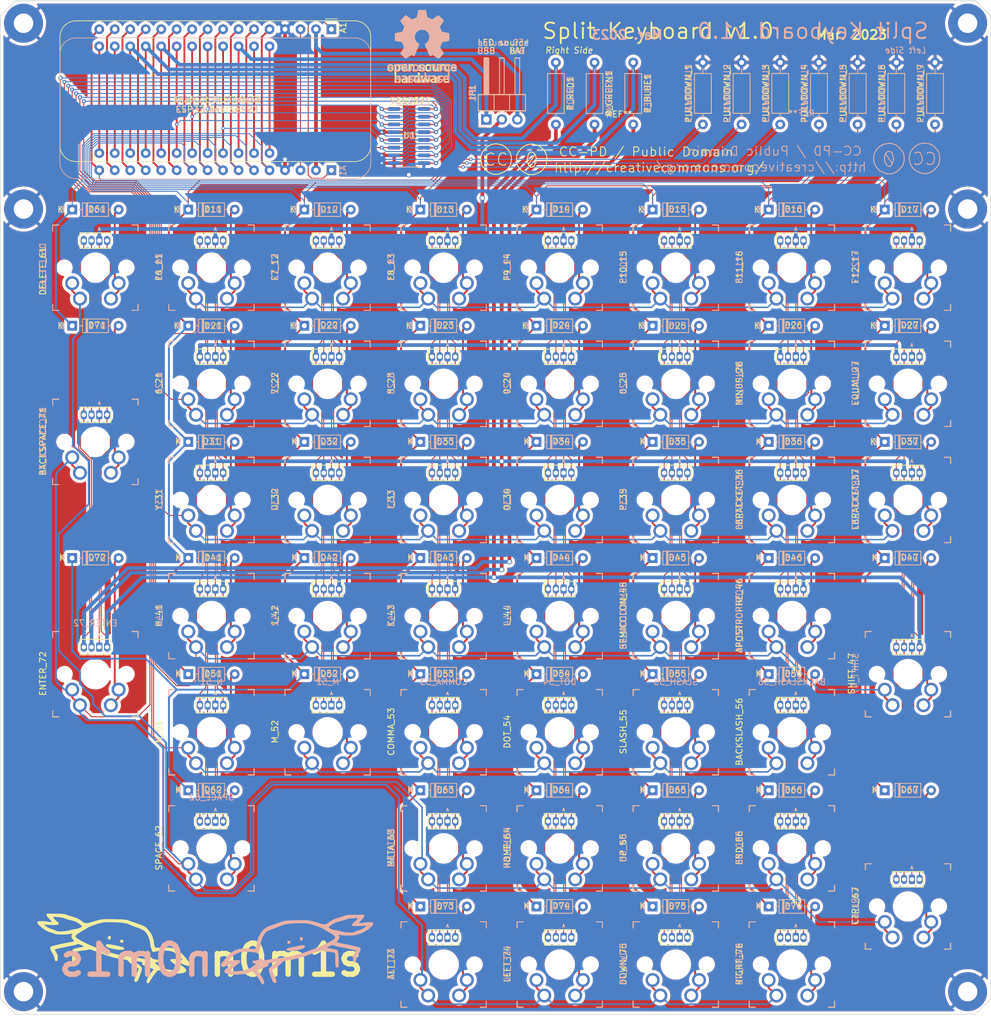
<source format=kicad_pcb>
(kicad_pcb (version 20211014) (generator pcbnew)

  (general
    (thickness 1.6)
  )

  (paper "A4")
  (layers
    (0 "F.Cu" signal)
    (31 "B.Cu" signal)
    (34 "B.Paste" user)
    (35 "F.Paste" user)
    (36 "B.SilkS" user "B.Silks")
    (37 "F.SilkS" user "F.Silks")
    (38 "B.Mask" user)
    (39 "F.Mask" user)
    (40 "Dwgs.User" user "User.Drawings")
    (41 "Cmts.User" user "User.Comments")
    (44 "Edge.Cuts" user)
    (45 "Margin" user)
    (46 "B.CrtYd" user "B.Courtyard")
    (47 "F.CrtYd" user "F.Courtyard")
  )

  (setup
    (stackup
      (layer "F.SilkS" (type "Top Silk Screen") (color "White"))
      (layer "F.Paste" (type "Top Solder Paste"))
      (layer "F.Mask" (type "Top Solder Mask") (color "Purple") (thickness 0.01))
      (layer "F.Cu" (type "copper") (thickness 0.035))
      (layer "dielectric 1" (type "core") (thickness 1.51) (material "FR4") (epsilon_r 4.5) (loss_tangent 0.02))
      (layer "B.Cu" (type "copper") (thickness 0.035))
      (layer "B.Mask" (type "Bottom Solder Mask") (thickness 0.01))
      (layer "B.Paste" (type "Bottom Solder Paste"))
      (layer "B.SilkS" (type "Bottom Silk Screen"))
      (copper_finish "None")
      (dielectric_constraints no)
    )
    (pad_to_mask_clearance 0.0508)
    (solder_mask_min_width 0.1016)
    (pcbplotparams
      (layerselection 0x00010fc_ffffffff)
      (disableapertmacros false)
      (usegerberextensions false)
      (usegerberattributes true)
      (usegerberadvancedattributes true)
      (creategerberjobfile true)
      (svguseinch false)
      (svgprecision 6)
      (excludeedgelayer true)
      (plotframeref false)
      (viasonmask false)
      (mode 1)
      (useauxorigin false)
      (hpglpennumber 1)
      (hpglpenspeed 20)
      (hpglpendiameter 15.000000)
      (dxfpolygonmode true)
      (dxfimperialunits true)
      (dxfusepcbnewfont true)
      (psnegative false)
      (psa4output false)
      (plotreference true)
      (plotvalue true)
      (plotinvisibletext false)
      (sketchpadsonfab false)
      (subtractmaskfromsilk false)
      (outputformat 1)
      (mirror false)
      (drillshape 1)
      (scaleselection 1)
      (outputdirectory "")
    )
  )

  (net 0 "")
  (net 1 "unconnected-(A1-Pad1)")
  (net 2 "Net-(0_25-Pad1)")
  (net 3 "unconnected-(A1-Pad3)")
  (net 4 "/Full Keyboard/A")
  (net 5 "/Full Keyboard/COL1")
  (net 6 "/Full Keyboard/COL2")
  (net 7 "/Full Keyboard/COL3")
  (net 8 "/Full Keyboard/COL4")
  (net 9 "/Full Keyboard/COL5")
  (net 10 "/Full Keyboard/COL6")
  (net 11 "/Full Keyboard/ROW4")
  (net 12 "/Full Keyboard/ROW5")
  (net 13 "/Full Keyboard/COL7")
  (net 14 "unconnected-(A1-Pad14)")
  (net 15 "unconnected-(A1-Pad15)")
  (net 16 "/Full Keyboard/R")
  (net 17 "/Full Keyboard/ROW6")
  (net 18 "/Full Keyboard/ROW7")
  (net 19 "/Full Keyboard/ROW1")
  (net 20 "/Full Keyboard/ROW2")
  (net 21 "/Full Keyboard/ROW3")
  (net 22 "Net-(6_21-Pad1)")
  (net 23 "Net-(7_22-Pad1)")
  (net 24 "Net-(8_23-Pad1)")
  (net 25 "Net-(9_24-Pad1)")
  (net 26 "unconnected-(A1-Pad27)")
  (net 27 "unconnected-(A1-Pad28)")
  (net 28 "/Full Keyboard/Vcc")
  (net 29 "/Full Keyboard/GND")
  (net 30 "unconnected-(A1-Pad11)")
  (net 31 "unconnected-(A1-Pad12)")
  (net 32 "unconnected-(A1-Pad13)")
  (net 33 "Net-(D16-Pad2)")
  (net 34 "Net-(D17-Pad2)")
  (net 35 "unconnected-(A1-Pad17)")
  (net 36 "unconnected-(A1-Pad18)")
  (net 37 "Net-(A1-Pad19)")
  (net 38 "Net-(A1-Pad20)")
  (net 39 "Net-(A1-Pad21)")
  (net 40 "Net-(D26-Pad2)")
  (net 41 "Net-(D27-Pad2)")
  (net 42 "Net-(A1-Pad22)")
  (net 43 "Net-(A1-Pad23)")
  (net 44 "Net-(A1-Pad24)")
  (net 45 "Net-(A1-Pad25)")
  (net 46 "/Full Keyboard/Vusb")
  (net 47 "Net-(D36-Pad2)")
  (net 48 "Net-(D37-Pad2)")
  (net 49 "Net-(ALT_73-Pad1)")
  (net 50 "Net-(APOSTROPHE_46-Pad1)")
  (net 51 "Net-(BACKSLASH_56-Pad1)")
  (net 52 "Net-(COMMA_53-Pad1)")
  (net 53 "Net-(D47-Pad2)")
  (net 54 "Net-(D11-Pad2)")
  (net 55 "Net-(D12-Pad2)")
  (net 56 "Net-(D13-Pad2)")
  (net 57 "Net-(D14-Pad2)")
  (net 58 "Net-(D15-Pad2)")
  (net 59 "Net-(D31-Pad2)")
  (net 60 "Net-(D32-Pad2)")
  (net 61 "Net-(D66-Pad2)")
  (net 62 "Net-(D33-Pad2)")
  (net 63 "Net-(D34-Pad2)")
  (net 64 "Net-(D35-Pad2)")
  (net 65 "Net-(D41-Pad2)")
  (net 66 "Net-(D42-Pad2)")
  (net 67 "Net-(D43-Pad2)")
  (net 68 "Net-(D76-Pad2)")
  (net 69 "Net-(D44-Pad2)")
  (net 70 "Net-(D45-Pad2)")
  (net 71 "Net-(D51-Pad2)")
  (net 72 "Net-(D52-Pad2)")
  (net 73 "Net-(D54-Pad2)")
  (net 74 "Net-(D55-Pad2)")
  (net 75 "Net-(D61-Pad2)")
  (net 76 "Net-(D62-Pad2)")
  (net 77 "Net-(D63-Pad2)")
  (net 78 "Net-(D64-Pad2)")
  (net 79 "Net-(D65-Pad2)")
  (net 80 "Net-(CTRL_67-Pad1)")
  (net 81 "Net-(BACKSPACE_71-Pad1)")
  (net 82 "Net-(D72-Pad2)")
  (net 83 "Net-(D74-Pad2)")
  (net 84 "Net-(D75-Pad2)")
  (net 85 "/Full Keyboard/B")
  (net 86 "/Full Keyboard/G")

  (footprint "libraries:D_DO-35_SOD27_P7.62mm_Horizontal_centered" (layer "F.Cu") (at 126.098303 88.989597))

  (footprint "libraries:D_DO-35_SOD27_P7.62mm_Horizontal_centered" (layer "F.Cu") (at 68.948303 88.989597))

  (footprint "libraries:D_DO-35_SOD27_P7.62mm_Horizontal_centered" (layer "F.Cu") (at 68.948303 69.939597))

  (footprint "libraries:SW_MX_reversible_RGB" (layer "F.Cu") (at 107.048303 98.514597))

  (footprint "libraries:D_DO-35_SOD27_P7.62mm_Horizontal_centered" (layer "F.Cu") (at 49.898303 50.889597))

  (footprint "libraries:R_Axial_DIN0207_L6.3mm_D2.5mm_P10.16mm_Horizontal_flip" (layer "F.Cu") (at 136.893303 36.919597 90))

  (footprint "libraries:SW_MX_reversible_RGB" (layer "F.Cu") (at 164.198303 79.464597))

  (footprint "libraries:SW_MX_reversible_RGB" (layer "F.Cu") (at 126.098303 155.664597))

  (footprint "libraries:SW_MX_reversible_RGB" (layer "F.Cu") (at 87.998303 155.664597))

  (footprint "libraries:D_DO-35_SOD27_P7.62mm_Horizontal_centered" (layer "F.Cu") (at 107.048303 146.139597))

  (footprint "libraries:SW_MX_reversible_RGB" (layer "F.Cu") (at 145.148303 155.664597))

  (footprint "libraries:D_DO-35_SOD27_P7.62mm_Horizontal_centered" (layer "F.Cu") (at 87.998303 108.039597))

  (footprint "libraries:D_DO-35_SOD27_P7.62mm_Horizontal_centered" (layer "F.Cu") (at 126.098303 127.089597))

  (footprint "libraries:SW_MX_reversible_RGB" (layer "F.Cu") (at 126.098303 117.564597))

  (footprint "MountingHole:MountingHole_3.2mm_M3_Pad" (layer "F.Cu") (at 19.05 20.32))

  (footprint "libraries:D_DO-35_SOD27_P7.62mm_Horizontal_centered" (layer "F.Cu") (at 107.048303 127.089597))

  (footprint "libraries:D_DO-35_SOD27_P7.62mm_Horizontal_centered" (layer "F.Cu") (at 107.048303 88.989597))

  (footprint "libraries:D_DO-35_SOD27_P7.62mm_Horizontal_centered" (layer "F.Cu") (at 145.148303 69.939597))

  (footprint "libraries:D_DO-35_SOD27_P7.62mm_Horizontal_centered" (layer "F.Cu") (at 145.148303 165.189597))

  (footprint "libraries:D_DO-35_SOD27_P7.62mm_Horizontal_centered" (layer "F.Cu") (at 87.998303 146.139597))

  (footprint "libraries:D_DO-35_SOD27_P7.62mm_Horizontal_centered" (layer "F.Cu") (at 49.898303 88.989597))

  (footprint "libraries:D_DO-35_SOD27_P7.62mm_Horizontal_centered" (layer "F.Cu") (at 68.948303 108.039597))

  (footprint "libraries:SW_MX_reversible_RGB" (layer "F.Cu") (at 68.948303 98.514597))

  (footprint "libraries:SW_MX_reversible_RGB" (layer "F.Cu") (at 87.998303 79.464597))

  (footprint "MountingHole:MountingHole_3.2mm_M3_Pad" (layer "F.Cu") (at 173.99 50.8))

  (footprint "libraries:D_DO-35_SOD27_P7.62mm_Horizontal_centered" (layer "F.Cu") (at 145.148303 146.139597))

  (footprint "libraries:D_DO-35_SOD27_P7.62mm_Horizontal_centered" (layer "F.Cu") (at 68.948303 50.889597))

  (footprint "libraries:D_DO-35_SOD27_P7.62mm_Horizontal_centered" (layer "F.Cu")
    (tedit 5AE50CD5) (tstamp 3a26f3d0-bdd5-4e71-8b06-7c6cbaa16c47)
    (at 87.998303 50.889597)
    (descr "Diode, DO-35_SOD27 series, Axial, Horizontal, pin pitch=7.62mm, , length*diameter=4*2mm^2, , http://www.diodes.com/_files/packages/DO-35.pdf")
    (tags "Diode DO-35_SOD27 series Axial Horizontal pin pitch 7.62mm  length 4mm diameter 2mm")
    (property "Sheetfile" "full_keyboard/full_keyboard.kicad_sch")
    (property "Sheetname" "Full Keyboard")
    (path "/23ca3470-a8ca-4975-a9e6-54ca1882faee/a91c3d4c-45ca-4b20-97ae-7c8bf0dd6734")
    (attr through_hole)
    (fp_text reference "D13" (at 0.266697 0) (layer "F.SilkS")
      (effects (font (size 1 1) (thickness 0.15)))
      (tstamp 97970aa8-8fa5-4467-b2e8-216e0acabcd2)
    )
    (fp_text value "D" (at 0 2.12) (layer "F.Fab")
      (effects (font (size 1 1) (thickness 0.15)))
      (tstamp 2919c9b3-d04d-44f2-b48a-a61ce369c7d9)
    )
    (fp_text user "${REFERENCE}" (at 0.254 0) (layer "B.SilkS")
      (effects (font (size 1 1) (thickness 0.15)) (justify mirror))
      (tstamp 882af14f-3b7e-4ef5-92bb-17c46070e418)
    )
    (fp_text user "K" (at -5.461 0) (layer "B.SilkS")
      (effects (font (size 1 1) (thickness 0.15)) (justify mirror))
      (tstamp ec8eb1a2-9621-4f50-a9d7-1dda3412df66)
    )
    (fp_text user "K" (at -5.715 0) (layer "F.SilkS")
      (effects (font (size 1 1) (thickness 0.15)))
      (tstamp 925c88fc-e6fa-493b-8c84-f8622984b3e3)
    )
    (fp_text user "K" (at -3.81 -1.8) (layer "F.Fab")
      (effects (font (size 1 1) (thickness 0.15)))
      (tstamp 5da38b8b-1603-4603-b155-29143a17cde1)
    )
    (fp_text user "${REFERENCE}" (at 0.3 0) (layer "F.Fab")
      (effects (font (size 0.8 0.8) (thickness 0.12)))
      (tstamp b3aaf2fc-9e5e-4b88-b010-f0fdcf1e6934)
    )
    (fp_line (start 2.77 0) (end 2.12 0) (layer "B.SilkS") (width 0.12) (tstamp 03c2e708-7889-40ea-bf2d-341919b9e508))
    (fp_line (start -2.12 -1.12) (end 2.12 -1.12) (layer "B.SilkS") (width 0.12) (tstamp 13684578-5deb-4ab6-86aa-7c5fb119a515))
    (fp_line (start -2.12 1.12) (end -2.12 -1.12) (layer "B.SilkS") (width 0.12) (tstamp 17836d33-a93e-437f-998d-8aeb42a098fe))
    (fp_line (start -1.52 1.12) (end -1.52 -1.12) (layer "B.SilkS") (width 0.12) (tstamp 2208d0a1-1fc7-4a68-8c4f-27293df9df6c))
    (fp_line (start -1.28 1.12) (end -1.28 -1.12) (layer "B.SilkS") (width 0.12) (tstamp 2229193d-3671-461d-bb3b-8e94fd20a6f4))
    (fp_line (start -2.77 0) (end -2.12 0) (layer "B.SilkS") (width 0.12) (tstamp 28ab42a1-ba4f-4eaf-b8f5-012aab3df78e))
    (fp_line (start 2.12 1.12) (end -2.12 1.12) (layer "B.SilkS") (width 0.12) (tstamp 520f4f95-31fa-4ce7-9f11-cb8506a406b9))
    (fp_line (start 2.12 -1.12) (end 2.12 1.12) (layer "B.SilkS") (width 0.12) (tstamp 6ef0bc5a-86f4-4b4f-a842-09c5b4ec9566))
    (fp_line (start -1.4 1.12) (end -1.4 -1.12) (layer "B.SilkS") (width 0.12) (tstamp fb63f40c-4501-4180-b2c5-e738e1ab0663))
    (fp_line (start -1.28 -1.12) (end -1.28 1.12) (layer "F.SilkS") (width 0.12) (tstamp 202e9d49-6b2a-4272-9b4d-8d1a13ddf4a6))
    (fp_line (start 2.77 0) (end 2.12 0) (layer "F.SilkS") (width 0.12) (tstamp 36aab841-5923-4940-8876-7eb70e63a48e))
    (fp_line (start 2.12 -1.12) (end -2.12 -1.12) (layer "F.SilkS") (width 0.12) (tstamp 46623556-af21-4bf6-86c6-5b02fb6c6d5e))
    (fp_line (start -2.12 -1.12) (end -2.12 1.12) (layer "F.SilkS") (width 0.12) (tstamp 53ac789b-2c79-4e53-a2df-d18bc4681c8e))
    (fp_line (start -2.77 0) (end -2.12 0) (layer "F.SilkS") (width 0.12) (tstamp 577f807a-8fa2-48d7-8ed2-f79a43e27e99))
    (fp_line (start 2.12 1.12) (end 2.12 -1.12) (layer "F.SilkS") (width 0.12) (tstamp 9e87dc60-152c-45aa-8d3a-6ee00d9a87a1))
    (fp_line (start -1.52 -1.12) (end -1.52 1.12) (layer "F.SilkS") (width 0.12) (tstamp c59740c8-bb77-4457-98f5-9b747cee1aba))
    (fp_line (start -2.12 1.12) (end 2.12 1.12) (layer "F.SilkS") (width 0.12) (tstamp efaf8354-2d55-4181-8410-a389f700ce84))
    (fp_line (start -1.4 -1.12) (end -1.4 1.12) (layer "F.SilkS") (width 0.12) (tstamp efcb46c0-70f4-43ec-aac5-11842c2438a9))
    (fp_line (start -4.86 -1.25) (end -4.86 1.25) (layer "F.CrtYd") (width 0.05) (tstamp a601163e-3893-4c17-9170-3de0b21ecb6f))
    (fp_line (start 4.86 1.25) (end 4.86 -1.25) (layer "F.CrtYd") (width 0.05) (tstamp ccec868a-eee9-45a5-8dfb-3b8de5243496))
    (fp_line (start -4.86 1.25) (end 4.86 1.25) (layer "F.CrtYd") (width 0.05) (tstamp cedea118-8308-4f6d-94e5-dbeb3f52db5f))
    (fp_line (start 4.86 -1.25) (end -4.86 -1.25) (layer "F.CrtYd") (width 0.05) (tstamp ddbd6736-15a9-4edb-9c6a-c2aa04838a26))
    (fp_line (start 2 -1) (end -2 -1) (layer "F.Fab") (width 0.1) (tstamp 142c878b-95db-48d1-b983-ac2ccb145ae8))
    (fp_line (start -2 -1) (end -2 1) (layer "F.Fab") (width 0.1) (tstamp 172f7415-0f94-4da9-93a3-93d3fb2d1da3))
    (fp_line 
... [3821542 chars truncated]
</source>
